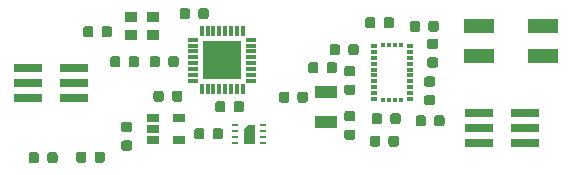
<source format=gtp>
G04 #@! TF.GenerationSoftware,KiCad,Pcbnew,(5.99.0-2415-gbbdd3fce7)*
G04 #@! TF.CreationDate,2020-07-30T08:06:23-07:00*
G04 #@! TF.ProjectId,VineHoop_V1_2,56696e65-486f-46f7-905f-56315f322e6b,rev?*
G04 #@! TF.SameCoordinates,Original*
G04 #@! TF.FileFunction,Paste,Top*
G04 #@! TF.FilePolarity,Positive*
%FSLAX46Y46*%
G04 Gerber Fmt 4.6, Leading zero omitted, Abs format (unit mm)*
G04 Created by KiCad (PCBNEW (5.99.0-2415-gbbdd3fce7)) date 2020-07-30 08:06:23*
%MOMM*%
%LPD*%
G01*
G04 APERTURE LIST*
%ADD10C,0.010000*%
%ADD11R,0.550000X0.250000*%
%ADD12R,1.060000X0.910000*%
%ADD13R,1.900000X1.100000*%
%ADD14R,2.400000X0.760000*%
%ADD15R,2.540000X1.270000*%
%ADD16R,0.525000X0.300000*%
%ADD17R,0.300000X0.425000*%
%ADD18R,3.251200X3.251200*%
%ADD19R,0.812800X0.304800*%
%ADD20R,0.304800X0.812800*%
%ADD21R,1.060000X0.650000*%
G04 APERTURE END LIST*
G36*
X151876000Y-69865000D02*
G01*
X151076000Y-69865000D01*
X151076000Y-68665000D01*
X151376000Y-68365000D01*
X151876000Y-68365000D01*
X151876000Y-69865000D01*
G37*
D10*
X151876000Y-69865000D02*
X151076000Y-69865000D01*
X151076000Y-68665000D01*
X151376000Y-68365000D01*
X151876000Y-68365000D01*
X151876000Y-69865000D01*
D11*
X152651000Y-69865000D03*
X152651000Y-69365000D03*
X152651000Y-68865000D03*
X152651000Y-68365000D03*
X150301000Y-69865000D03*
X150301000Y-69365000D03*
X150301000Y-68865000D03*
X150301000Y-68365000D03*
D12*
X143328000Y-60706000D03*
X141478000Y-60706000D03*
X141478000Y-59206000D03*
X143328000Y-59206000D03*
D13*
X157988000Y-65572000D03*
X157988000Y-68072000D03*
D14*
X136652000Y-63500000D03*
X136652000Y-64770000D03*
X136652000Y-66040000D03*
X132752000Y-63500000D03*
X132752000Y-64770000D03*
X132752000Y-66040000D03*
X174842000Y-67310000D03*
X174842000Y-68580000D03*
X174842000Y-69850000D03*
X170942000Y-67310000D03*
X170942000Y-68580000D03*
X170942000Y-69850000D03*
D15*
X176402000Y-62484000D03*
X170942000Y-62484000D03*
X176402000Y-59944000D03*
X170942000Y-59944000D03*
G36*
G01*
X137708500Y-70823750D02*
X137708500Y-71336250D01*
G75*
G02*
X137489750Y-71555000I-218750J0D01*
G01*
X137052250Y-71555000D01*
G75*
G02*
X136833500Y-71336250I0J218750D01*
G01*
X136833500Y-70823750D01*
G75*
G02*
X137052250Y-70605000I218750J0D01*
G01*
X137489750Y-70605000D01*
G75*
G02*
X137708500Y-70823750I0J-218750D01*
G01*
G37*
G36*
G01*
X139283500Y-70823750D02*
X139283500Y-71336250D01*
G75*
G02*
X139064750Y-71555000I-218750J0D01*
G01*
X138627250Y-71555000D01*
G75*
G02*
X138408500Y-71336250I0J218750D01*
G01*
X138408500Y-70823750D01*
G75*
G02*
X138627250Y-70605000I218750J0D01*
G01*
X139064750Y-70605000D01*
G75*
G02*
X139283500Y-70823750I0J-218750D01*
G01*
G37*
G36*
G01*
X134398500Y-71376250D02*
X134398500Y-70863750D01*
G75*
G02*
X134617250Y-70645000I218750J0D01*
G01*
X135054750Y-70645000D01*
G75*
G02*
X135273500Y-70863750I0J-218750D01*
G01*
X135273500Y-71376250D01*
G75*
G02*
X135054750Y-71595000I-218750J0D01*
G01*
X134617250Y-71595000D01*
G75*
G02*
X134398500Y-71376250I0J218750D01*
G01*
G37*
G36*
G01*
X132823500Y-71376250D02*
X132823500Y-70863750D01*
G75*
G02*
X133042250Y-70645000I218750J0D01*
G01*
X133479750Y-70645000D01*
G75*
G02*
X133698500Y-70863750I0J-218750D01*
G01*
X133698500Y-71376250D01*
G75*
G02*
X133479750Y-71595000I-218750J0D01*
G01*
X133042250Y-71595000D01*
G75*
G02*
X132823500Y-71376250I0J218750D01*
G01*
G37*
G36*
G01*
X162591000Y-69466750D02*
X162591000Y-69979250D01*
G75*
G02*
X162372250Y-70198000I-218750J0D01*
G01*
X161934750Y-70198000D01*
G75*
G02*
X161716000Y-69979250I0J218750D01*
G01*
X161716000Y-69466750D01*
G75*
G02*
X161934750Y-69248000I218750J0D01*
G01*
X162372250Y-69248000D01*
G75*
G02*
X162591000Y-69466750I0J-218750D01*
G01*
G37*
G36*
G01*
X164166000Y-69466750D02*
X164166000Y-69979250D01*
G75*
G02*
X163947250Y-70198000I-218750J0D01*
G01*
X163509750Y-70198000D01*
G75*
G02*
X163291000Y-69979250I0J218750D01*
G01*
X163291000Y-69466750D01*
G75*
G02*
X163509750Y-69248000I218750J0D01*
G01*
X163947250Y-69248000D01*
G75*
G02*
X164166000Y-69466750I0J-218750D01*
G01*
G37*
G36*
G01*
X144647500Y-63248250D02*
X144647500Y-62735750D01*
G75*
G02*
X144866250Y-62517000I218750J0D01*
G01*
X145303750Y-62517000D01*
G75*
G02*
X145522500Y-62735750I0J-218750D01*
G01*
X145522500Y-63248250D01*
G75*
G02*
X145303750Y-63467000I-218750J0D01*
G01*
X144866250Y-63467000D01*
G75*
G02*
X144647500Y-63248250I0J218750D01*
G01*
G37*
G36*
G01*
X143072500Y-63248250D02*
X143072500Y-62735750D01*
G75*
G02*
X143291250Y-62517000I218750J0D01*
G01*
X143728750Y-62517000D01*
G75*
G02*
X143947500Y-62735750I0J-218750D01*
G01*
X143947500Y-63248250D01*
G75*
G02*
X143728750Y-63467000I-218750J0D01*
G01*
X143291250Y-63467000D01*
G75*
G02*
X143072500Y-63248250I0J218750D01*
G01*
G37*
G36*
G01*
X141294500Y-63248250D02*
X141294500Y-62735750D01*
G75*
G02*
X141513250Y-62517000I218750J0D01*
G01*
X141950750Y-62517000D01*
G75*
G02*
X142169500Y-62735750I0J-218750D01*
G01*
X142169500Y-63248250D01*
G75*
G02*
X141950750Y-63467000I-218750J0D01*
G01*
X141513250Y-63467000D01*
G75*
G02*
X141294500Y-63248250I0J218750D01*
G01*
G37*
G36*
G01*
X139719500Y-63248250D02*
X139719500Y-62735750D01*
G75*
G02*
X139938250Y-62517000I218750J0D01*
G01*
X140375750Y-62517000D01*
G75*
G02*
X140594500Y-62735750I0J-218750D01*
G01*
X140594500Y-63248250D01*
G75*
G02*
X140375750Y-63467000I-218750J0D01*
G01*
X139938250Y-63467000D01*
G75*
G02*
X139719500Y-63248250I0J218750D01*
G01*
G37*
G36*
G01*
X149484500Y-66545750D02*
X149484500Y-67058250D01*
G75*
G02*
X149265750Y-67277000I-218750J0D01*
G01*
X148828250Y-67277000D01*
G75*
G02*
X148609500Y-67058250I0J218750D01*
G01*
X148609500Y-66545750D01*
G75*
G02*
X148828250Y-66327000I218750J0D01*
G01*
X149265750Y-66327000D01*
G75*
G02*
X149484500Y-66545750I0J-218750D01*
G01*
G37*
G36*
G01*
X151059500Y-66545750D02*
X151059500Y-67058250D01*
G75*
G02*
X150840750Y-67277000I-218750J0D01*
G01*
X150403250Y-67277000D01*
G75*
G02*
X150184500Y-67058250I0J218750D01*
G01*
X150184500Y-66545750D01*
G75*
G02*
X150403250Y-66327000I218750J0D01*
G01*
X150840750Y-66327000D01*
G75*
G02*
X151059500Y-66545750I0J-218750D01*
G01*
G37*
D16*
X162021500Y-65655000D03*
X162021500Y-65155000D03*
X162021500Y-64655000D03*
X162021500Y-64155000D03*
X162021500Y-63655000D03*
X162021500Y-63155000D03*
X162021500Y-62655000D03*
X162021500Y-62155000D03*
X162021500Y-61655000D03*
D17*
X162834000Y-61592500D03*
X163334000Y-61592500D03*
X163834000Y-61592500D03*
X164334000Y-61592500D03*
D16*
X165146500Y-61655000D03*
X165146500Y-62155000D03*
X165146500Y-62655000D03*
X165146500Y-63155000D03*
X165146500Y-63655000D03*
X165146500Y-64155000D03*
X165146500Y-64655000D03*
X165146500Y-65155000D03*
X165146500Y-65655000D03*
X165146500Y-66155000D03*
D17*
X164334000Y-66217500D03*
X163834000Y-66217500D03*
X163334000Y-66217500D03*
X162834000Y-66217500D03*
D16*
X162021500Y-66155000D03*
D18*
X149225000Y-62865000D03*
D19*
X151688800Y-61112400D03*
X151688800Y-61620400D03*
X151688800Y-62103000D03*
X151688800Y-62611000D03*
X151688800Y-63119000D03*
X151688800Y-63627000D03*
X151688800Y-64109600D03*
X151688800Y-64617600D03*
D20*
X150977600Y-65328800D03*
X150469600Y-65328800D03*
X149987000Y-65328800D03*
X149479000Y-65328800D03*
X148971000Y-65328800D03*
X148463000Y-65328800D03*
X147980400Y-65328800D03*
X147472400Y-65328800D03*
D19*
X146761200Y-64617600D03*
X146761200Y-64109600D03*
X146761200Y-63627000D03*
X146761200Y-63119000D03*
X146761200Y-62611000D03*
X146761200Y-62103000D03*
X146761200Y-61620400D03*
X146761200Y-61112400D03*
D20*
X147472400Y-60401200D03*
X147980400Y-60401200D03*
X148463000Y-60401200D03*
X148971000Y-60401200D03*
X149479000Y-60401200D03*
X149987000Y-60401200D03*
X150469600Y-60401200D03*
X150977600Y-60401200D03*
D21*
X145522000Y-67725000D03*
X145522000Y-69625000D03*
X143322000Y-69625000D03*
X143322000Y-68675000D03*
X143322000Y-67725000D03*
G36*
G01*
X167285250Y-61920000D02*
X166772750Y-61920000D01*
G75*
G02*
X166554000Y-61701250I0J218750D01*
G01*
X166554000Y-61263750D01*
G75*
G02*
X166772750Y-61045000I218750J0D01*
G01*
X167285250Y-61045000D01*
G75*
G02*
X167504000Y-61263750I0J-218750D01*
G01*
X167504000Y-61701250D01*
G75*
G02*
X167285250Y-61920000I-218750J0D01*
G01*
G37*
G36*
G01*
X167285250Y-63495000D02*
X166772750Y-63495000D01*
G75*
G02*
X166554000Y-63276250I0J218750D01*
G01*
X166554000Y-62838750D01*
G75*
G02*
X166772750Y-62620000I218750J0D01*
G01*
X167285250Y-62620000D01*
G75*
G02*
X167504000Y-62838750I0J-218750D01*
G01*
X167504000Y-63276250D01*
G75*
G02*
X167285250Y-63495000I-218750J0D01*
G01*
G37*
G36*
G01*
X163443500Y-68074250D02*
X163443500Y-67561750D01*
G75*
G02*
X163662250Y-67343000I218750J0D01*
G01*
X164099750Y-67343000D01*
G75*
G02*
X164318500Y-67561750I0J-218750D01*
G01*
X164318500Y-68074250D01*
G75*
G02*
X164099750Y-68293000I-218750J0D01*
G01*
X163662250Y-68293000D01*
G75*
G02*
X163443500Y-68074250I0J218750D01*
G01*
G37*
G36*
G01*
X161868500Y-68074250D02*
X161868500Y-67561750D01*
G75*
G02*
X162087250Y-67343000I218750J0D01*
G01*
X162524750Y-67343000D01*
G75*
G02*
X162743500Y-67561750I0J-218750D01*
G01*
X162743500Y-68074250D01*
G75*
G02*
X162524750Y-68293000I-218750J0D01*
G01*
X162087250Y-68293000D01*
G75*
G02*
X161868500Y-68074250I0J218750D01*
G01*
G37*
G36*
G01*
X139008500Y-60708250D02*
X139008500Y-60195750D01*
G75*
G02*
X139227250Y-59977000I218750J0D01*
G01*
X139664750Y-59977000D01*
G75*
G02*
X139883500Y-60195750I0J-218750D01*
G01*
X139883500Y-60708250D01*
G75*
G02*
X139664750Y-60927000I-218750J0D01*
G01*
X139227250Y-60927000D01*
G75*
G02*
X139008500Y-60708250I0J218750D01*
G01*
G37*
G36*
G01*
X137433500Y-60708250D02*
X137433500Y-60195750D01*
G75*
G02*
X137652250Y-59977000I218750J0D01*
G01*
X138089750Y-59977000D01*
G75*
G02*
X138308500Y-60195750I0J-218750D01*
G01*
X138308500Y-60708250D01*
G75*
G02*
X138089750Y-60927000I-218750J0D01*
G01*
X137652250Y-60927000D01*
G75*
G02*
X137433500Y-60708250I0J218750D01*
G01*
G37*
G36*
G01*
X146487500Y-58671750D02*
X146487500Y-59184250D01*
G75*
G02*
X146268750Y-59403000I-218750J0D01*
G01*
X145831250Y-59403000D01*
G75*
G02*
X145612500Y-59184250I0J218750D01*
G01*
X145612500Y-58671750D01*
G75*
G02*
X145831250Y-58453000I218750J0D01*
G01*
X146268750Y-58453000D01*
G75*
G02*
X146487500Y-58671750I0J-218750D01*
G01*
G37*
G36*
G01*
X148062500Y-58671750D02*
X148062500Y-59184250D01*
G75*
G02*
X147843750Y-59403000I-218750J0D01*
G01*
X147406250Y-59403000D01*
G75*
G02*
X147187500Y-59184250I0J218750D01*
G01*
X147187500Y-58671750D01*
G75*
G02*
X147406250Y-58453000I218750J0D01*
G01*
X147843750Y-58453000D01*
G75*
G02*
X148062500Y-58671750I0J-218750D01*
G01*
G37*
G36*
G01*
X144265000Y-65656750D02*
X144265000Y-66169250D01*
G75*
G02*
X144046250Y-66388000I-218750J0D01*
G01*
X143608750Y-66388000D01*
G75*
G02*
X143390000Y-66169250I0J218750D01*
G01*
X143390000Y-65656750D01*
G75*
G02*
X143608750Y-65438000I218750J0D01*
G01*
X144046250Y-65438000D01*
G75*
G02*
X144265000Y-65656750I0J-218750D01*
G01*
G37*
G36*
G01*
X145840000Y-65656750D02*
X145840000Y-66169250D01*
G75*
G02*
X145621250Y-66388000I-218750J0D01*
G01*
X145183750Y-66388000D01*
G75*
G02*
X144965000Y-66169250I0J218750D01*
G01*
X144965000Y-65656750D01*
G75*
G02*
X145183750Y-65438000I218750J0D01*
G01*
X145621250Y-65438000D01*
G75*
G02*
X145840000Y-65656750I0J-218750D01*
G01*
G37*
G36*
G01*
X141376250Y-68960000D02*
X140863750Y-68960000D01*
G75*
G02*
X140645000Y-68741250I0J218750D01*
G01*
X140645000Y-68303750D01*
G75*
G02*
X140863750Y-68085000I218750J0D01*
G01*
X141376250Y-68085000D01*
G75*
G02*
X141595000Y-68303750I0J-218750D01*
G01*
X141595000Y-68741250D01*
G75*
G02*
X141376250Y-68960000I-218750J0D01*
G01*
G37*
G36*
G01*
X141376250Y-70535000D02*
X140863750Y-70535000D01*
G75*
G02*
X140645000Y-70316250I0J218750D01*
G01*
X140645000Y-69878750D01*
G75*
G02*
X140863750Y-69660000I218750J0D01*
G01*
X141376250Y-69660000D01*
G75*
G02*
X141595000Y-69878750I0J-218750D01*
G01*
X141595000Y-70316250D01*
G75*
G02*
X141376250Y-70535000I-218750J0D01*
G01*
G37*
G36*
G01*
X166513750Y-65816500D02*
X167026250Y-65816500D01*
G75*
G02*
X167245000Y-66035250I0J-218750D01*
G01*
X167245000Y-66472750D01*
G75*
G02*
X167026250Y-66691500I-218750J0D01*
G01*
X166513750Y-66691500D01*
G75*
G02*
X166295000Y-66472750I0J218750D01*
G01*
X166295000Y-66035250D01*
G75*
G02*
X166513750Y-65816500I218750J0D01*
G01*
G37*
G36*
G01*
X166513750Y-64241500D02*
X167026250Y-64241500D01*
G75*
G02*
X167245000Y-64460250I0J-218750D01*
G01*
X167245000Y-64897750D01*
G75*
G02*
X167026250Y-65116500I-218750J0D01*
G01*
X166513750Y-65116500D01*
G75*
G02*
X166295000Y-64897750I0J218750D01*
G01*
X166295000Y-64460250D01*
G75*
G02*
X166513750Y-64241500I218750J0D01*
G01*
G37*
G36*
G01*
X158058500Y-63756250D02*
X158058500Y-63243750D01*
G75*
G02*
X158277250Y-63025000I218750J0D01*
G01*
X158714750Y-63025000D01*
G75*
G02*
X158933500Y-63243750I0J-218750D01*
G01*
X158933500Y-63756250D01*
G75*
G02*
X158714750Y-63975000I-218750J0D01*
G01*
X158277250Y-63975000D01*
G75*
G02*
X158058500Y-63756250I0J218750D01*
G01*
G37*
G36*
G01*
X156483500Y-63756250D02*
X156483500Y-63243750D01*
G75*
G02*
X156702250Y-63025000I218750J0D01*
G01*
X157139750Y-63025000D01*
G75*
G02*
X157358500Y-63243750I0J-218750D01*
G01*
X157358500Y-63756250D01*
G75*
G02*
X157139750Y-63975000I-218750J0D01*
G01*
X156702250Y-63975000D01*
G75*
G02*
X156483500Y-63756250I0J218750D01*
G01*
G37*
G36*
G01*
X159187500Y-61719750D02*
X159187500Y-62232250D01*
G75*
G02*
X158968750Y-62451000I-218750J0D01*
G01*
X158531250Y-62451000D01*
G75*
G02*
X158312500Y-62232250I0J218750D01*
G01*
X158312500Y-61719750D01*
G75*
G02*
X158531250Y-61501000I218750J0D01*
G01*
X158968750Y-61501000D01*
G75*
G02*
X159187500Y-61719750I0J-218750D01*
G01*
G37*
G36*
G01*
X160762500Y-61719750D02*
X160762500Y-62232250D01*
G75*
G02*
X160543750Y-62451000I-218750J0D01*
G01*
X160106250Y-62451000D01*
G75*
G02*
X159887500Y-62232250I0J218750D01*
G01*
X159887500Y-61719750D01*
G75*
G02*
X160106250Y-61501000I218750J0D01*
G01*
X160543750Y-61501000D01*
G75*
G02*
X160762500Y-61719750I0J-218750D01*
G01*
G37*
G36*
G01*
X154886500Y-65743750D02*
X154886500Y-66256250D01*
G75*
G02*
X154667750Y-66475000I-218750J0D01*
G01*
X154230250Y-66475000D01*
G75*
G02*
X154011500Y-66256250I0J218750D01*
G01*
X154011500Y-65743750D01*
G75*
G02*
X154230250Y-65525000I218750J0D01*
G01*
X154667750Y-65525000D01*
G75*
G02*
X154886500Y-65743750I0J-218750D01*
G01*
G37*
G36*
G01*
X156461500Y-65743750D02*
X156461500Y-66256250D01*
G75*
G02*
X156242750Y-66475000I-218750J0D01*
G01*
X155805250Y-66475000D01*
G75*
G02*
X155586500Y-66256250I0J218750D01*
G01*
X155586500Y-65743750D01*
G75*
G02*
X155805250Y-65525000I218750J0D01*
G01*
X156242750Y-65525000D01*
G75*
G02*
X156461500Y-65743750I0J-218750D01*
G01*
G37*
G36*
G01*
X148406500Y-69344250D02*
X148406500Y-68831750D01*
G75*
G02*
X148625250Y-68613000I218750J0D01*
G01*
X149062750Y-68613000D01*
G75*
G02*
X149281500Y-68831750I0J-218750D01*
G01*
X149281500Y-69344250D01*
G75*
G02*
X149062750Y-69563000I-218750J0D01*
G01*
X148625250Y-69563000D01*
G75*
G02*
X148406500Y-69344250I0J218750D01*
G01*
G37*
G36*
G01*
X146831500Y-69344250D02*
X146831500Y-68831750D01*
G75*
G02*
X147050250Y-68613000I218750J0D01*
G01*
X147487750Y-68613000D01*
G75*
G02*
X147706500Y-68831750I0J-218750D01*
G01*
X147706500Y-69344250D01*
G75*
G02*
X147487750Y-69563000I-218750J0D01*
G01*
X147050250Y-69563000D01*
G75*
G02*
X146831500Y-69344250I0J218750D01*
G01*
G37*
G36*
G01*
X160260250Y-64230000D02*
X159747750Y-64230000D01*
G75*
G02*
X159529000Y-64011250I0J218750D01*
G01*
X159529000Y-63573750D01*
G75*
G02*
X159747750Y-63355000I218750J0D01*
G01*
X160260250Y-63355000D01*
G75*
G02*
X160479000Y-63573750I0J-218750D01*
G01*
X160479000Y-64011250D01*
G75*
G02*
X160260250Y-64230000I-218750J0D01*
G01*
G37*
G36*
G01*
X160260250Y-65805000D02*
X159747750Y-65805000D01*
G75*
G02*
X159529000Y-65586250I0J218750D01*
G01*
X159529000Y-65148750D01*
G75*
G02*
X159747750Y-64930000I218750J0D01*
G01*
X160260250Y-64930000D01*
G75*
G02*
X160479000Y-65148750I0J-218750D01*
G01*
X160479000Y-65586250D01*
G75*
G02*
X160260250Y-65805000I-218750J0D01*
G01*
G37*
G36*
G01*
X159747750Y-68740000D02*
X160260250Y-68740000D01*
G75*
G02*
X160479000Y-68958750I0J-218750D01*
G01*
X160479000Y-69396250D01*
G75*
G02*
X160260250Y-69615000I-218750J0D01*
G01*
X159747750Y-69615000D01*
G75*
G02*
X159529000Y-69396250I0J218750D01*
G01*
X159529000Y-68958750D01*
G75*
G02*
X159747750Y-68740000I218750J0D01*
G01*
G37*
G36*
G01*
X159747750Y-67165000D02*
X160260250Y-67165000D01*
G75*
G02*
X160479000Y-67383750I0J-218750D01*
G01*
X160479000Y-67821250D01*
G75*
G02*
X160260250Y-68040000I-218750J0D01*
G01*
X159747750Y-68040000D01*
G75*
G02*
X159529000Y-67821250I0J218750D01*
G01*
X159529000Y-67383750D01*
G75*
G02*
X159747750Y-67165000I218750J0D01*
G01*
G37*
G36*
G01*
X162884500Y-59946250D02*
X162884500Y-59433750D01*
G75*
G02*
X163103250Y-59215000I218750J0D01*
G01*
X163540750Y-59215000D01*
G75*
G02*
X163759500Y-59433750I0J-218750D01*
G01*
X163759500Y-59946250D01*
G75*
G02*
X163540750Y-60165000I-218750J0D01*
G01*
X163103250Y-60165000D01*
G75*
G02*
X162884500Y-59946250I0J218750D01*
G01*
G37*
G36*
G01*
X161309500Y-59946250D02*
X161309500Y-59433750D01*
G75*
G02*
X161528250Y-59215000I218750J0D01*
G01*
X161965750Y-59215000D01*
G75*
G02*
X162184500Y-59433750I0J-218750D01*
G01*
X162184500Y-59946250D01*
G75*
G02*
X161965750Y-60165000I-218750J0D01*
G01*
X161528250Y-60165000D01*
G75*
G02*
X161309500Y-59946250I0J218750D01*
G01*
G37*
G36*
G01*
X166661500Y-60256250D02*
X166661500Y-59743750D01*
G75*
G02*
X166880250Y-59525000I218750J0D01*
G01*
X167317750Y-59525000D01*
G75*
G02*
X167536500Y-59743750I0J-218750D01*
G01*
X167536500Y-60256250D01*
G75*
G02*
X167317750Y-60475000I-218750J0D01*
G01*
X166880250Y-60475000D01*
G75*
G02*
X166661500Y-60256250I0J218750D01*
G01*
G37*
G36*
G01*
X165086500Y-60256250D02*
X165086500Y-59743750D01*
G75*
G02*
X165305250Y-59525000I218750J0D01*
G01*
X165742750Y-59525000D01*
G75*
G02*
X165961500Y-59743750I0J-218750D01*
G01*
X165961500Y-60256250D01*
G75*
G02*
X165742750Y-60475000I-218750J0D01*
G01*
X165305250Y-60475000D01*
G75*
G02*
X165086500Y-60256250I0J218750D01*
G01*
G37*
G36*
G01*
X167161500Y-68256250D02*
X167161500Y-67743750D01*
G75*
G02*
X167380250Y-67525000I218750J0D01*
G01*
X167817750Y-67525000D01*
G75*
G02*
X168036500Y-67743750I0J-218750D01*
G01*
X168036500Y-68256250D01*
G75*
G02*
X167817750Y-68475000I-218750J0D01*
G01*
X167380250Y-68475000D01*
G75*
G02*
X167161500Y-68256250I0J218750D01*
G01*
G37*
G36*
G01*
X165586500Y-68256250D02*
X165586500Y-67743750D01*
G75*
G02*
X165805250Y-67525000I218750J0D01*
G01*
X166242750Y-67525000D01*
G75*
G02*
X166461500Y-67743750I0J-218750D01*
G01*
X166461500Y-68256250D01*
G75*
G02*
X166242750Y-68475000I-218750J0D01*
G01*
X165805250Y-68475000D01*
G75*
G02*
X165586500Y-68256250I0J218750D01*
G01*
G37*
M02*

</source>
